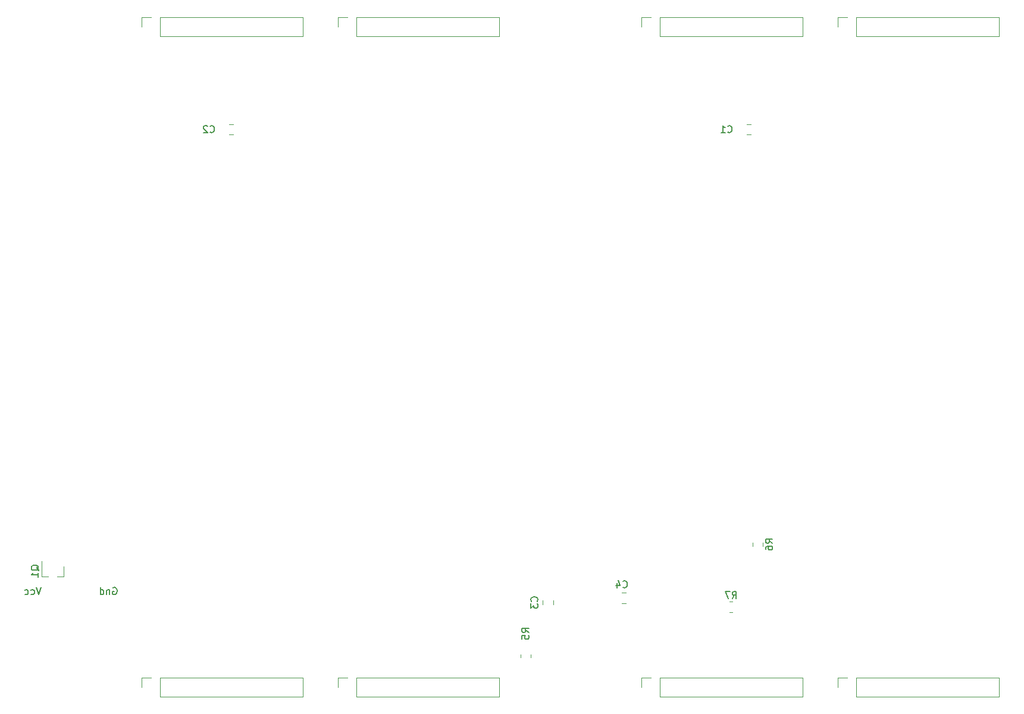
<source format=gbr>
%TF.GenerationSoftware,KiCad,Pcbnew,(5.1.8)-1*%
%TF.CreationDate,2025-01-30T22:59:10+03:00*%
%TF.ProjectId,Regs-v5,52656773-2d76-4352-9e6b-696361645f70,rev?*%
%TF.SameCoordinates,Original*%
%TF.FileFunction,Legend,Bot*%
%TF.FilePolarity,Positive*%
%FSLAX46Y46*%
G04 Gerber Fmt 4.6, Leading zero omitted, Abs format (unit mm)*
G04 Created by KiCad (PCBNEW (5.1.8)-1) date 2025-01-30 22:59:10*
%MOMM*%
%LPD*%
G01*
G04 APERTURE LIST*
%ADD10C,0.150000*%
%ADD11C,0.120000*%
G04 APERTURE END LIST*
D10*
X19922976Y-97559880D02*
X19589642Y-98559880D01*
X19256309Y-97559880D01*
X18494404Y-98512261D02*
X18589642Y-98559880D01*
X18780119Y-98559880D01*
X18875357Y-98512261D01*
X18922976Y-98464642D01*
X18970595Y-98369404D01*
X18970595Y-98083690D01*
X18922976Y-97988452D01*
X18875357Y-97940833D01*
X18780119Y-97893214D01*
X18589642Y-97893214D01*
X18494404Y-97940833D01*
X17637261Y-98512261D02*
X17732500Y-98559880D01*
X17922976Y-98559880D01*
X18018214Y-98512261D01*
X18065833Y-98464642D01*
X18113452Y-98369404D01*
X18113452Y-98083690D01*
X18065833Y-97988452D01*
X18018214Y-97940833D01*
X17922976Y-97893214D01*
X17732500Y-97893214D01*
X17637261Y-97940833D01*
X30170357Y-97607500D02*
X30265595Y-97559880D01*
X30408452Y-97559880D01*
X30551309Y-97607500D01*
X30646547Y-97702738D01*
X30694166Y-97797976D01*
X30741785Y-97988452D01*
X30741785Y-98131309D01*
X30694166Y-98321785D01*
X30646547Y-98417023D01*
X30551309Y-98512261D01*
X30408452Y-98559880D01*
X30313214Y-98559880D01*
X30170357Y-98512261D01*
X30122738Y-98464642D01*
X30122738Y-98131309D01*
X30313214Y-98131309D01*
X29694166Y-97893214D02*
X29694166Y-98559880D01*
X29694166Y-97988452D02*
X29646547Y-97940833D01*
X29551309Y-97893214D01*
X29408452Y-97893214D01*
X29313214Y-97940833D01*
X29265595Y-98036071D01*
X29265595Y-98559880D01*
X28360833Y-98559880D02*
X28360833Y-97559880D01*
X28360833Y-98512261D02*
X28456071Y-98559880D01*
X28646547Y-98559880D01*
X28741785Y-98512261D01*
X28789404Y-98464642D01*
X28837023Y-98369404D01*
X28837023Y-98083690D01*
X28789404Y-97988452D01*
X28741785Y-97940833D01*
X28646547Y-97893214D01*
X28456071Y-97893214D01*
X28360833Y-97940833D01*
D11*
%TO.C,R5*%
X88165000Y-107542064D02*
X88165000Y-107087936D01*
X89635000Y-107542064D02*
X89635000Y-107087936D01*
%TO.C,R7*%
X118337064Y-101065000D02*
X117882936Y-101065000D01*
X118337064Y-99595000D02*
X117882936Y-99595000D01*
%TO.C,Q1*%
X23170000Y-96010000D02*
X23170000Y-94550000D01*
X20010000Y-96010000D02*
X20010000Y-93850000D01*
X20010000Y-96010000D02*
X20940000Y-96010000D01*
X23170000Y-96010000D02*
X22240000Y-96010000D01*
%TO.C,C4*%
X102608748Y-98325000D02*
X103131252Y-98325000D01*
X102608748Y-99795000D02*
X103131252Y-99795000D01*
%TO.C,C3*%
X91340000Y-99956252D02*
X91340000Y-99433748D01*
X92810000Y-99956252D02*
X92810000Y-99433748D01*
%TO.C,C2*%
X47251252Y-33120000D02*
X46728748Y-33120000D01*
X47251252Y-31650000D02*
X46728748Y-31650000D01*
%TO.C,C1*%
X120911252Y-33120000D02*
X120388748Y-33120000D01*
X120911252Y-31650000D02*
X120388748Y-31650000D01*
%TO.C,R6*%
X121185000Y-91667064D02*
X121185000Y-91212936D01*
X122655000Y-91667064D02*
X122655000Y-91212936D01*
%TO.C,J8*%
X34230000Y-16450000D02*
X34230000Y-17780000D01*
X35560000Y-16450000D02*
X34230000Y-16450000D01*
X36830000Y-16450000D02*
X36830000Y-19110000D01*
X36830000Y-19110000D02*
X57210000Y-19110000D01*
X36830000Y-16450000D02*
X57210000Y-16450000D01*
X57210000Y-16450000D02*
X57210000Y-19110000D01*
%TO.C,J7*%
X133290000Y-16450000D02*
X133290000Y-17780000D01*
X134620000Y-16450000D02*
X133290000Y-16450000D01*
X135890000Y-16450000D02*
X135890000Y-19110000D01*
X135890000Y-19110000D02*
X156270000Y-19110000D01*
X135890000Y-16450000D02*
X156270000Y-16450000D01*
X156270000Y-16450000D02*
X156270000Y-19110000D01*
%TO.C,J6*%
X62170000Y-16450000D02*
X62170000Y-17780000D01*
X63500000Y-16450000D02*
X62170000Y-16450000D01*
X64770000Y-16450000D02*
X64770000Y-19110000D01*
X64770000Y-19110000D02*
X85150000Y-19110000D01*
X64770000Y-16450000D02*
X85150000Y-16450000D01*
X85150000Y-16450000D02*
X85150000Y-19110000D01*
%TO.C,J5*%
X105350000Y-16450000D02*
X105350000Y-17780000D01*
X106680000Y-16450000D02*
X105350000Y-16450000D01*
X107950000Y-16450000D02*
X107950000Y-19110000D01*
X107950000Y-19110000D02*
X128330000Y-19110000D01*
X107950000Y-16450000D02*
X128330000Y-16450000D01*
X128330000Y-16450000D02*
X128330000Y-19110000D01*
%TO.C,J4*%
X34230000Y-110430000D02*
X34230000Y-111760000D01*
X35560000Y-110430000D02*
X34230000Y-110430000D01*
X36830000Y-110430000D02*
X36830000Y-113090000D01*
X36830000Y-113090000D02*
X57210000Y-113090000D01*
X36830000Y-110430000D02*
X57210000Y-110430000D01*
X57210000Y-110430000D02*
X57210000Y-113090000D01*
%TO.C,J3*%
X133290000Y-110430000D02*
X133290000Y-111760000D01*
X134620000Y-110430000D02*
X133290000Y-110430000D01*
X135890000Y-110430000D02*
X135890000Y-113090000D01*
X135890000Y-113090000D02*
X156270000Y-113090000D01*
X135890000Y-110430000D02*
X156270000Y-110430000D01*
X156270000Y-110430000D02*
X156270000Y-113090000D01*
%TO.C,J2*%
X62170000Y-110430000D02*
X62170000Y-111760000D01*
X63500000Y-110430000D02*
X62170000Y-110430000D01*
X64770000Y-110430000D02*
X64770000Y-113090000D01*
X64770000Y-113090000D02*
X85150000Y-113090000D01*
X64770000Y-110430000D02*
X85150000Y-110430000D01*
X85150000Y-110430000D02*
X85150000Y-113090000D01*
%TO.C,J1*%
X105350000Y-110430000D02*
X105350000Y-111760000D01*
X106680000Y-110430000D02*
X105350000Y-110430000D01*
X107950000Y-110430000D02*
X107950000Y-113090000D01*
X107950000Y-113090000D02*
X128330000Y-113090000D01*
X107950000Y-110430000D02*
X128330000Y-110430000D01*
X128330000Y-110430000D02*
X128330000Y-113090000D01*
%TO.C,R5*%
D10*
X89352380Y-103973333D02*
X88876190Y-103640000D01*
X89352380Y-103401904D02*
X88352380Y-103401904D01*
X88352380Y-103782857D01*
X88400000Y-103878095D01*
X88447619Y-103925714D01*
X88542857Y-103973333D01*
X88685714Y-103973333D01*
X88780952Y-103925714D01*
X88828571Y-103878095D01*
X88876190Y-103782857D01*
X88876190Y-103401904D01*
X88352380Y-104878095D02*
X88352380Y-104401904D01*
X88828571Y-104354285D01*
X88780952Y-104401904D01*
X88733333Y-104497142D01*
X88733333Y-104735238D01*
X88780952Y-104830476D01*
X88828571Y-104878095D01*
X88923809Y-104925714D01*
X89161904Y-104925714D01*
X89257142Y-104878095D01*
X89304761Y-104830476D01*
X89352380Y-104735238D01*
X89352380Y-104497142D01*
X89304761Y-104401904D01*
X89257142Y-104354285D01*
%TO.C,R7*%
X118276666Y-99132380D02*
X118610000Y-98656190D01*
X118848095Y-99132380D02*
X118848095Y-98132380D01*
X118467142Y-98132380D01*
X118371904Y-98180000D01*
X118324285Y-98227619D01*
X118276666Y-98322857D01*
X118276666Y-98465714D01*
X118324285Y-98560952D01*
X118371904Y-98608571D01*
X118467142Y-98656190D01*
X118848095Y-98656190D01*
X117943333Y-98132380D02*
X117276666Y-98132380D01*
X117705238Y-99132380D01*
%TO.C,Q1*%
X19637619Y-95154761D02*
X19590000Y-95059523D01*
X19494761Y-94964285D01*
X19351904Y-94821428D01*
X19304285Y-94726190D01*
X19304285Y-94630952D01*
X19542380Y-94678571D02*
X19494761Y-94583333D01*
X19399523Y-94488095D01*
X19209047Y-94440476D01*
X18875714Y-94440476D01*
X18685238Y-94488095D01*
X18590000Y-94583333D01*
X18542380Y-94678571D01*
X18542380Y-94869047D01*
X18590000Y-94964285D01*
X18685238Y-95059523D01*
X18875714Y-95107142D01*
X19209047Y-95107142D01*
X19399523Y-95059523D01*
X19494761Y-94964285D01*
X19542380Y-94869047D01*
X19542380Y-94678571D01*
X19542380Y-96059523D02*
X19542380Y-95488095D01*
X19542380Y-95773809D02*
X18542380Y-95773809D01*
X18685238Y-95678571D01*
X18780476Y-95583333D01*
X18828095Y-95488095D01*
%TO.C,C4*%
X102719166Y-97512142D02*
X102766785Y-97559761D01*
X102909642Y-97607380D01*
X103004880Y-97607380D01*
X103147738Y-97559761D01*
X103242976Y-97464523D01*
X103290595Y-97369285D01*
X103338214Y-97178809D01*
X103338214Y-97035952D01*
X103290595Y-96845476D01*
X103242976Y-96750238D01*
X103147738Y-96655000D01*
X103004880Y-96607380D01*
X102909642Y-96607380D01*
X102766785Y-96655000D01*
X102719166Y-96702619D01*
X101862023Y-96940714D02*
X101862023Y-97607380D01*
X102100119Y-96559761D02*
X102338214Y-97274047D01*
X101719166Y-97274047D01*
%TO.C,C3*%
X90527142Y-99528333D02*
X90574761Y-99480714D01*
X90622380Y-99337857D01*
X90622380Y-99242619D01*
X90574761Y-99099761D01*
X90479523Y-99004523D01*
X90384285Y-98956904D01*
X90193809Y-98909285D01*
X90050952Y-98909285D01*
X89860476Y-98956904D01*
X89765238Y-99004523D01*
X89670000Y-99099761D01*
X89622380Y-99242619D01*
X89622380Y-99337857D01*
X89670000Y-99480714D01*
X89717619Y-99528333D01*
X89622380Y-99861666D02*
X89622380Y-100480714D01*
X90003333Y-100147380D01*
X90003333Y-100290238D01*
X90050952Y-100385476D01*
X90098571Y-100433095D01*
X90193809Y-100480714D01*
X90431904Y-100480714D01*
X90527142Y-100433095D01*
X90574761Y-100385476D01*
X90622380Y-100290238D01*
X90622380Y-100004523D01*
X90574761Y-99909285D01*
X90527142Y-99861666D01*
%TO.C,C2*%
X43981666Y-32742142D02*
X44029285Y-32789761D01*
X44172142Y-32837380D01*
X44267380Y-32837380D01*
X44410238Y-32789761D01*
X44505476Y-32694523D01*
X44553095Y-32599285D01*
X44600714Y-32408809D01*
X44600714Y-32265952D01*
X44553095Y-32075476D01*
X44505476Y-31980238D01*
X44410238Y-31885000D01*
X44267380Y-31837380D01*
X44172142Y-31837380D01*
X44029285Y-31885000D01*
X43981666Y-31932619D01*
X43600714Y-31932619D02*
X43553095Y-31885000D01*
X43457857Y-31837380D01*
X43219761Y-31837380D01*
X43124523Y-31885000D01*
X43076904Y-31932619D01*
X43029285Y-32027857D01*
X43029285Y-32123095D01*
X43076904Y-32265952D01*
X43648333Y-32837380D01*
X43029285Y-32837380D01*
%TO.C,C1*%
X117641666Y-32742142D02*
X117689285Y-32789761D01*
X117832142Y-32837380D01*
X117927380Y-32837380D01*
X118070238Y-32789761D01*
X118165476Y-32694523D01*
X118213095Y-32599285D01*
X118260714Y-32408809D01*
X118260714Y-32265952D01*
X118213095Y-32075476D01*
X118165476Y-31980238D01*
X118070238Y-31885000D01*
X117927380Y-31837380D01*
X117832142Y-31837380D01*
X117689285Y-31885000D01*
X117641666Y-31932619D01*
X116689285Y-32837380D02*
X117260714Y-32837380D01*
X116975000Y-32837380D02*
X116975000Y-31837380D01*
X117070238Y-31980238D01*
X117165476Y-32075476D01*
X117260714Y-32123095D01*
%TO.C,R6*%
X124022380Y-91273333D02*
X123546190Y-90940000D01*
X124022380Y-90701904D02*
X123022380Y-90701904D01*
X123022380Y-91082857D01*
X123070000Y-91178095D01*
X123117619Y-91225714D01*
X123212857Y-91273333D01*
X123355714Y-91273333D01*
X123450952Y-91225714D01*
X123498571Y-91178095D01*
X123546190Y-91082857D01*
X123546190Y-90701904D01*
X123022380Y-92130476D02*
X123022380Y-91940000D01*
X123070000Y-91844761D01*
X123117619Y-91797142D01*
X123260476Y-91701904D01*
X123450952Y-91654285D01*
X123831904Y-91654285D01*
X123927142Y-91701904D01*
X123974761Y-91749523D01*
X124022380Y-91844761D01*
X124022380Y-92035238D01*
X123974761Y-92130476D01*
X123927142Y-92178095D01*
X123831904Y-92225714D01*
X123593809Y-92225714D01*
X123498571Y-92178095D01*
X123450952Y-92130476D01*
X123403333Y-92035238D01*
X123403333Y-91844761D01*
X123450952Y-91749523D01*
X123498571Y-91701904D01*
X123593809Y-91654285D01*
%TD*%
M02*

</source>
